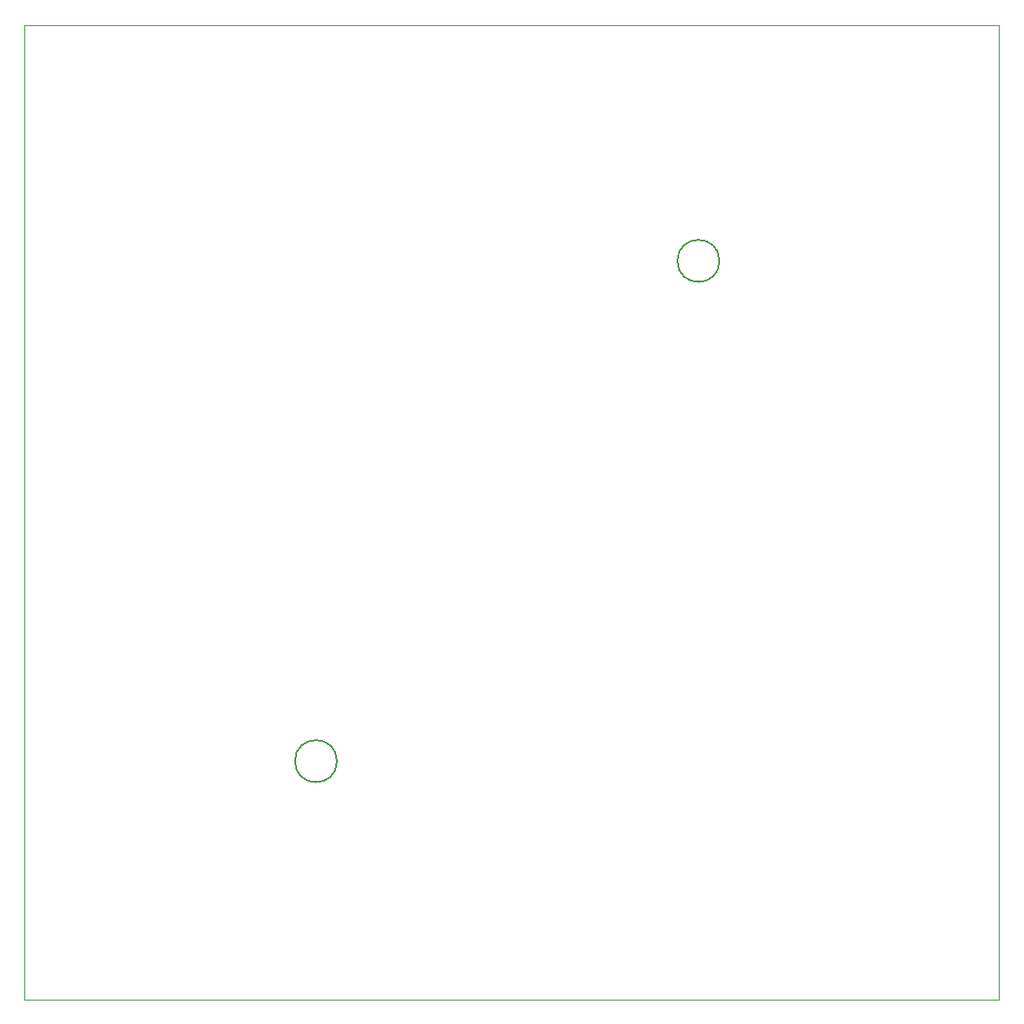
<source format=gbr>
%TF.GenerationSoftware,KiCad,Pcbnew,(5.1.6)-1*%
%TF.CreationDate,2020-12-20T18:31:50+11:00*%
%TF.ProjectId,Power Distro PCB V1,506f7765-7220-4446-9973-74726f205043,rev?*%
%TF.SameCoordinates,Original*%
%TF.FileFunction,Profile,NP*%
%FSLAX46Y46*%
G04 Gerber Fmt 4.6, Leading zero omitted, Abs format (unit mm)*
G04 Created by KiCad (PCBNEW (5.1.6)-1) date 2020-12-20 18:31:50*
%MOMM*%
%LPD*%
G01*
G04 APERTURE LIST*
%TA.AperFunction,Profile*%
%ADD10C,0.150000*%
%TD*%
%TA.AperFunction,Profile*%
%ADD11C,0.050000*%
%TD*%
G04 APERTURE END LIST*
D10*
X67734400Y-23012400D02*
G75*
G03*
X67734400Y-23012400I-2050000J0D01*
G01*
X30447200Y-71780400D02*
G75*
G03*
X30447200Y-71780400I-2050000J0D01*
G01*
D11*
X0Y0D02*
X95000000Y0D01*
X0Y-95000000D02*
X95000000Y-95000000D01*
X95000000Y0D02*
X95000000Y-95000000D01*
X0Y0D02*
X0Y-95000000D01*
M02*

</source>
